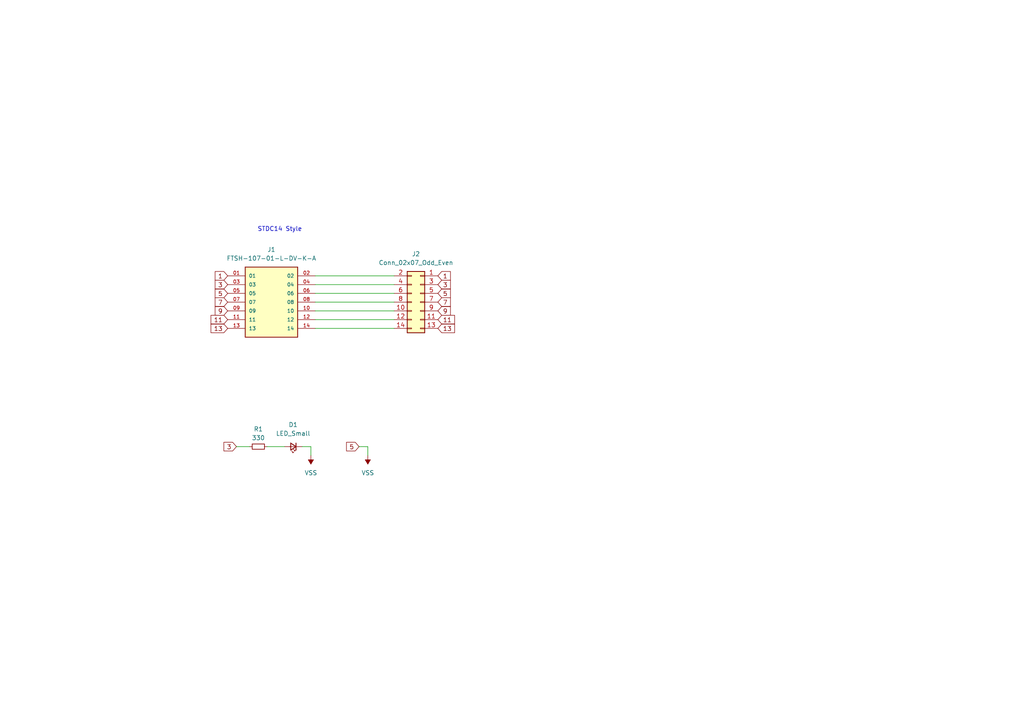
<source format=kicad_sch>
(kicad_sch (version 20230121) (generator eeschema)
  (paper "A4")
  (lib_symbols
    (symbol "Connector_Generic:Conn_02x07_Odd_Even" (pin_names (offset 1.016) hide)
      (property "Reference" "J" (at 1.27 10.16 0))
      (property "Value" "Conn_02x07_Odd_Even" (at 1.27 -10.16 0))
      (symbol "Conn_02x07_Odd_Even_1_1"
        (rectangle (start -1.27 -7.493) (end 0 -7.747) (stroke (width 0.1524)))
        (rectangle (start -1.27 -4.953) (end 0 -5.207) (stroke (width 0.1524)))
        (rectangle (start -1.27 -2.413) (end 0 -2.667) (stroke (width 0.1524)))
        (rectangle (start -1.27 0.127) (end 0 -0.127) (stroke (width 0.1524)))
        (rectangle (start -1.27 2.667) (end 0 2.413) (stroke (width 0.1524)))
        (rectangle (start -1.27 5.207) (end 0 4.953) (stroke (width 0.1524)))
        (rectangle (start -1.27 7.747) (end 0 7.493) (stroke (width 0.1524)))
        (rectangle (start -1.27 8.89) (end 3.81 -8.89) (stroke (width 0.254)) (fill (type background)))
        (rectangle (start 3.81 -7.493) (end 2.54 -7.747) (stroke (width 0.1524)))
        (rectangle (start 3.81 -4.953) (end 2.54 -5.207) (stroke (width 0.1524)))
        (rectangle (start 3.81 -2.413) (end 2.54 -2.667) (stroke (width 0.1524)))
        (rectangle (start 3.81 0.127) (end 2.54 -0.127) (stroke (width 0.1524)))
        (rectangle (start 3.81 2.667) (end 2.54 2.413) (stroke (width 0.1524)))
        (rectangle (start 3.81 5.207) (end 2.54 4.953) (stroke (width 0.1524)))
        (rectangle (start 3.81 7.747) (end 2.54 7.493) (stroke (width 0.1524)))
        (pin passive line (at -5.08 7.62 0) (length 3.81) (name "Pin_1") (number "1"))
        (pin passive line (at 7.62 -2.54 180) (length 3.81) (name "Pin_10") (number "10"))
        (pin passive line (at -5.08 -5.08 0) (length 3.81) (name "Pin_11") (number "11"))
        (pin passive line (at 7.62 -5.08 180) (length 3.81) (name "Pin_12") (number "12"))
        (pin passive line (at -5.08 -7.62 0) (length 3.81) (name "Pin_13") (number "13"))
        (pin passive line (at 7.62 -7.62 180) (length 3.81) (name "Pin_14") (number "14"))
        (pin passive line (at 7.62 7.62 180) (length 3.81) (name "Pin_2") (number "2"))
        (pin passive line (at -5.08 5.08 0) (length 3.81) (name "Pin_3") (number "3"))
        (pin passive line (at 7.62 5.08 180) (length 3.81) (name "Pin_4") (number "4"))
        (pin passive line (at -5.08 2.54 0) (length 3.81) (name "Pin_5") (number "5"))
        (pin passive line (at 7.62 2.54 180) (length 3.81) (name "Pin_6") (number "6"))
        (pin passive line (at -5.08 0 0) (length 3.81) (name "Pin_7") (number "7"))
        (pin passive line (at 7.62 0 180) (length 3.81) (name "Pin_8") (number "8"))
        (pin passive line (at -5.08 -2.54 0) (length 3.81) (name "Pin_9") (number "9"))
      )
    )
    (symbol "Device:LED_Small" (pin_numbers hide) (pin_names (offset 0.254) hide)
      (property "Reference" "D" (at -1.27 3.175 0))
      (property "Value" "LED_Small" (at -4.445 -2.54 0))
      (symbol "LED_Small_0_1"
        (polyline (pts (xy -0.762 -1.016) (xy -0.762 1.016)) (stroke (width 0.254)))
        (polyline (pts (xy 1.016 0) (xy -0.762 0)))
        (polyline (pts (xy 0.762 -1.016) (xy -0.762 0) (xy 0.762 1.016) (xy 0.762 -1.016)) (stroke (width 0.254)))
        (polyline (pts (xy 0 0.762) (xy -0.508 1.27) (xy -0.254 1.27) (xy -0.508 1.27) (xy -0.508 1.016)))
        (polyline (pts (xy 0.508 1.27) (xy 0 1.778) (xy 0.254 1.778) (xy 0 1.778) (xy 0 1.524)))
      )
      (symbol "LED_Small_1_1"
        (pin passive line (at -2.54 0 0) (length 1.778) (name "K") (number "1"))
        (pin passive line (at 2.54 0 180) (length 1.778) (name "A") (number "2"))
      )
    )
    (symbol "Device:R_Small" (pin_numbers hide) (pin_names (offset 0.254) hide)
      (property "Reference" "R" (at 0.762 0.508 0))
      (property "Value" "R_Small" (at 0.762 -1.016 0))
      (symbol "R_Small_0_1"
        (rectangle (start -0.762 1.778) (end 0.762 -1.778) (stroke (width 0.2032)))
      )
      (symbol "R_Small_1_1"
        (pin passive line (at 0 2.54 270) (length 0.762) (name "~") (number "1"))
        (pin passive line (at 0 -2.54 90) (length 0.762) (name "~") (number "2"))
      )
    )
    (symbol "TClamps:FTSH-107-01-L-DV-K-A" (pin_names (offset 1.016))
      (property "Reference" "J" (at -7.62 10.16 0))
      (property "Value" "FTSH-107-01-L-DV-K-A" (at -7.62 -12.7 0))
      (symbol "FTSH-107-01-L-DV-K-A_0_0"
        (rectangle (start -7.62 -10.16) (end 7.6 10.16) (stroke (width 0.254)) (fill (type background)))
        (pin passive line (at -12.7 7.62 0) (length 5.08) (name "01") (number "01"))
        (pin passive line (at 12.7 7.62 180) (length 5.08) (name "02") (number "02"))
        (pin passive line (at -12.7 5.08 0) (length 5.08) (name "03") (number "03"))
        (pin passive line (at 12.7 5.08 180) (length 5.08) (name "04") (number "04"))
        (pin passive line (at -12.7 2.54 0) (length 5.08) (name "05") (number "05"))
        (pin passive line (at 12.7 2.54 180) (length 5.08) (name "06") (number "06"))
        (pin passive line (at -12.7 0 0) (length 5.08) (name "07") (number "07"))
        (pin passive line (at 12.7 0 180) (length 5.08) (name "08") (number "08"))
        (pin passive line (at -12.7 -2.54 0) (length 5.08) (name "09") (number "09"))
        (pin passive line (at 12.7 -2.54 180) (length 5.08) (name "10") (number "10"))
        (pin passive line (at -12.7 -5.08 0) (length 5.08) (name "11") (number "11"))
        (pin passive line (at 12.7 -5.08 180) (length 5.08) (name "12") (number "12"))
        (pin passive line (at -12.7 -7.62 0) (length 5.08) (name "13") (number "13"))
        (pin passive line (at 12.7 -7.62 180) (length 5.08) (name "14") (number "14"))
      )
    )
    (symbol "power:VSS" (power) (pin_names (offset 0))
      (property "Value" "VSS" (at 0 3.81 0))
      (symbol "VSS_0_1"
        (polyline (pts (xy 0 0) (xy 0 2.54)))
        (polyline (pts (xy 0.762 1.27) (xy -0.762 1.27) (xy 0 2.54) (xy 0.762 1.27)) (fill (type outline)))
      )
      (symbol "VSS_1_1"
        (pin power_in line (at 0 0 90) (length 0) hide (name "VSS") (number "1"))
      )
    )
  )
  (wire (pts (xy 77.47 129.54) (xy 82.55 129.54)))
  (wire (pts (xy 91.44 92.71) (xy 114.3 92.71)))
  (wire (pts (xy 106.68 132.08) (xy 106.68 129.54)))
  (wire (pts (xy 91.44 87.63) (xy 114.3 87.63)))
  (wire (pts (xy 91.44 85.09) (xy 114.3 85.09)))
  (wire (pts (xy 68.58 129.54) (xy 72.39 129.54)))
  (wire (pts (xy 87.63 129.54) (xy 90.17 129.54)))
  (wire (pts (xy 90.17 129.54) (xy 90.17 132.08)))
  (wire (pts (xy 91.44 90.17) (xy 114.3 90.17)))
  (wire (pts (xy 91.44 95.25) (xy 114.3 95.25)))
  (wire (pts (xy 91.44 82.55) (xy 114.3 82.55)))
  (wire (pts (xy 91.44 80.01) (xy 114.3 80.01)))
  (wire (pts (xy 106.68 129.54) (xy 104.14 129.54)))
  (text "STDC14 Style" (at 87.63 67.31 0) (effects (font (size 1.27 1.27)) (justify right bottom)))
  (global_label "13" (shape input) (at 127 95.25 0) (property "Intersheetrefs" "${INTERSHEET_REFS}" (effects hide)))
  (global_label "11" (shape input) (at 66.04 92.71 180) (property "Intersheetrefs" "${INTERSHEET_REFS}" (effects hide)))
  (global_label "5" (shape input) (at 127 85.09 0) (property "Intersheetrefs" "${INTERSHEET_REFS}" (effects hide)))
  (global_label "1" (shape input) (at 66.04 80.01 180) (property "Intersheetrefs" "${INTERSHEET_REFS}" (effects hide)))
  (global_label "3" (shape input) (at 66.04 82.55 180) (property "Intersheetrefs" "${INTERSHEET_REFS}" (effects hide)))
  (global_label "13" (shape input) (at 66.04 95.25 180) (property "Intersheetrefs" "${INTERSHEET_REFS}" (effects hide)))
  (global_label "9" (shape input) (at 127 90.17 0) (property "Intersheetrefs" "${INTERSHEET_REFS}" (effects hide)))
  (global_label "1" (shape input) (at 127 80.01 0) (property "Intersheetrefs" "${INTERSHEET_REFS}" (effects hide)))
  (global_label "3" (shape input) (at 127 82.55 0) (property "Intersheetrefs" "${INTERSHEET_REFS}" (effects hide)))
  (global_label "9" (shape input) (at 66.04 90.17 180) (property "Intersheetrefs" "${INTERSHEET_REFS}" (effects hide)))
  (global_label "7" (shape input) (at 66.04 87.63 180) (property "Intersheetrefs" "${INTERSHEET_REFS}" (effects hide)))
  (global_label "11" (shape input) (at 127 92.71 0) (property "Intersheetrefs" "${INTERSHEET_REFS}" (effects hide)))
  (global_label "5" (shape input) (at 104.14 129.54 180) (property "Intersheetrefs" "${INTERSHEET_REFS}" (effects hide)))
  (global_label "3" (shape input) (at 68.58 129.54 180) (property "Intersheetrefs" "${INTERSHEET_REFS}" (effects hide)))
  (global_label "7" (shape input) (at 127 87.63 0) (property "Intersheetrefs" "${INTERSHEET_REFS}" (effects hide)))
  (global_label "5" (shape input) (at 66.04 85.09 180) (property "Intersheetrefs" "${INTERSHEET_REFS}" (effects hide)))
  (symbol (lib_id "Device:LED_Small") (at 85.09 129.54 180) (unit 1)
    (property "Reference" "D1" (at 85.0265 123.19 0))
    (property "Value" "LED_Small" (at 85.0265 125.73 0))
    (property "Footprint" "LED_SMD:LED_0603_1608Metric" (effects hide))
  )
  (symbol (lib_id "TClamps:FTSH-107-01-L-DV-K-A") (at 78.74 87.63 0) (unit 1)
    (property "Reference" "J1" (at 78.73 72.39 0))
    (property "Value" "FTSH-107-01-L-DV-K-A" (at 78.73 74.93 0))
    (property "Footprint" "TClamps:SAMTEC_FTSH-107-01-L-DV-K-A" (effects hide))
    (property "PARTREV" "H" (effects hide))
    (property "STANDARD" "Manufacturer Recommendation" (effects hide))
    (property "MAXIMUM_PACKAGE_HEIGHT" "6.23mm" (effects hide))
    (property "MANUFACTURER" "Samtec" (effects hide))
  )
  (symbol (lib_id "power:VSS") (at 90.17 132.08 0) (mirror x) (unit 1)
    (property "Reference" "#PWR03" (effects hide))
    (property "Value" "VSS" (at 90.17 137.16 0))
  )
  (symbol (lib_id "power:VSS") (at 106.68 132.08 0) (mirror x) (unit 1)
    (property "Reference" "#PWR04" (effects hide))
    (property "Value" "VSS" (at 106.68 137.16 0))
  )
  (symbol (lib_id "Connector_Generic:Conn_02x07_Odd_Even") (at 121.92 87.63 0) (mirror y) (unit 1)
    (property "Reference" "J2" (at 120.65 73.66 0))
    (property "Value" "Conn_02x07_Odd_Even" (at 120.65 76.2 0))
    (property "Footprint" "Connector_PinHeader_1.27mm:PinHeader_2x07_P1.27mm_Vertical" (effects hide))
  )
  (symbol (lib_id "Device:R_Small") (at 74.93 129.54 90) (unit 1)
    (property "Reference" "R1" (at 74.93 124.46 90))
    (property "Value" "330" (at 74.93 127 90))
    (property "Footprint" "Resistor_SMD:R_0603_1608Metric" (effects hide))
  )
)
</source>
